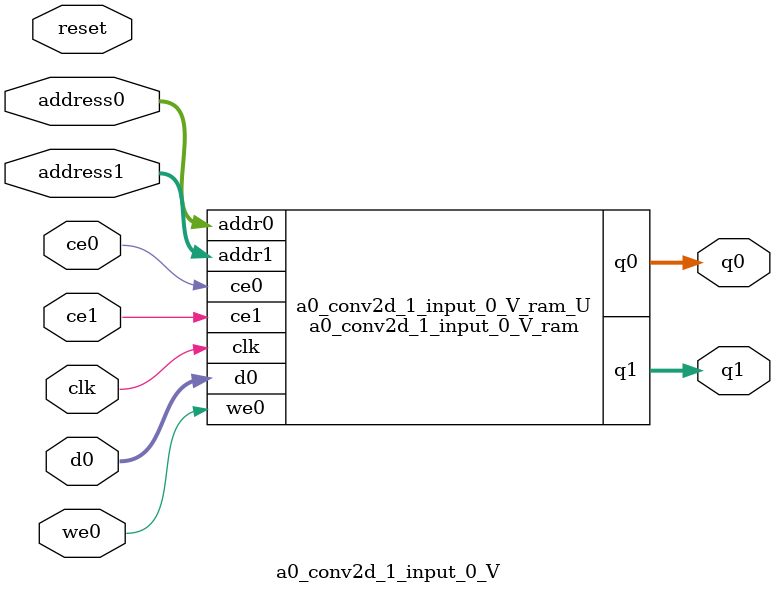
<source format=v>
`timescale 1 ns / 1 ps
module a0_conv2d_1_input_0_V_ram (addr0, ce0, d0, we0, q0, addr1, ce1, q1,  clk);

parameter DWIDTH = 16;
parameter AWIDTH = 10;
parameter MEM_SIZE = 660;

input[AWIDTH-1:0] addr0;
input ce0;
input[DWIDTH-1:0] d0;
input we0;
output reg[DWIDTH-1:0] q0;
input[AWIDTH-1:0] addr1;
input ce1;
output reg[DWIDTH-1:0] q1;
input clk;

(* ram_style = "block" *)reg [DWIDTH-1:0] ram[0:MEM_SIZE-1];




always @(posedge clk)  
begin 
    if (ce0) 
    begin
        if (we0) 
        begin 
            ram[addr0] <= d0; 
        end 
        q0 <= ram[addr0];
    end
end


always @(posedge clk)  
begin 
    if (ce1) 
    begin
        q1 <= ram[addr1];
    end
end


endmodule

`timescale 1 ns / 1 ps
module a0_conv2d_1_input_0_V(
    reset,
    clk,
    address0,
    ce0,
    we0,
    d0,
    q0,
    address1,
    ce1,
    q1);

parameter DataWidth = 32'd16;
parameter AddressRange = 32'd660;
parameter AddressWidth = 32'd10;
input reset;
input clk;
input[AddressWidth - 1:0] address0;
input ce0;
input we0;
input[DataWidth - 1:0] d0;
output[DataWidth - 1:0] q0;
input[AddressWidth - 1:0] address1;
input ce1;
output[DataWidth - 1:0] q1;



a0_conv2d_1_input_0_V_ram a0_conv2d_1_input_0_V_ram_U(
    .clk( clk ),
    .addr0( address0 ),
    .ce0( ce0 ),
    .we0( we0 ),
    .d0( d0 ),
    .q0( q0 ),
    .addr1( address1 ),
    .ce1( ce1 ),
    .q1( q1 ));

endmodule


</source>
